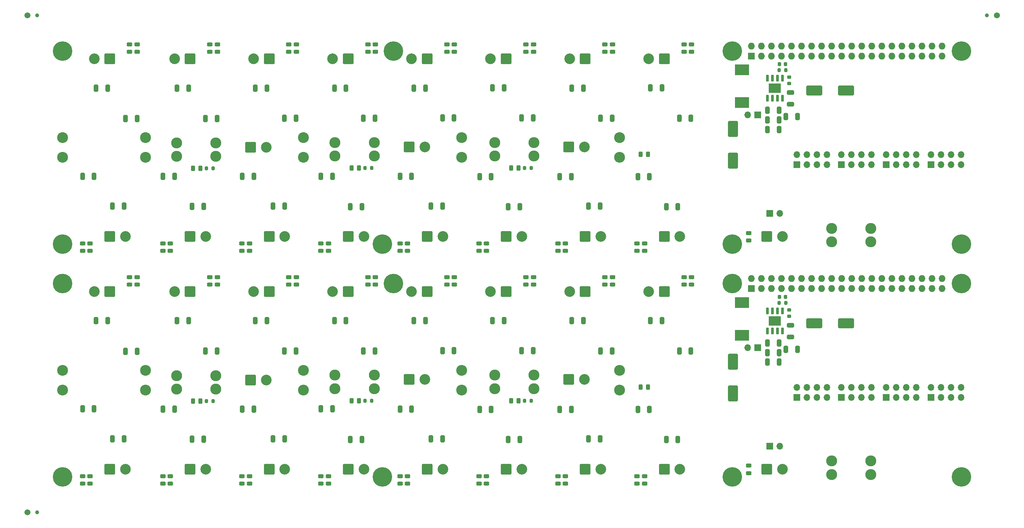
<source format=gbr>
%TF.GenerationSoftware,KiCad,Pcbnew,9.0.0+dfsg-1*%
%TF.CreationDate,2025-04-17T15:34:37+01:00*%
%TF.ProjectId,panel-16,70616e65-6c2d-4313-962e-6b696361645f,rev?*%
%TF.SameCoordinates,Original*%
%TF.FileFunction,Soldermask,Top*%
%TF.FilePolarity,Negative*%
%FSLAX46Y46*%
G04 Gerber Fmt 4.6, Leading zero omitted, Abs format (unit mm)*
G04 Created by KiCad (PCBNEW 9.0.0+dfsg-1) date 2025-04-17 15:34:37*
%MOMM*%
%LPD*%
G01*
G04 APERTURE LIST*
G04 Aperture macros list*
%AMRoundRect*
0 Rectangle with rounded corners*
0 $1 Rounding radius*
0 $2 $3 $4 $5 $6 $7 $8 $9 X,Y pos of 4 corners*
0 Add a 4 corners polygon primitive as box body*
4,1,4,$2,$3,$4,$5,$6,$7,$8,$9,$2,$3,0*
0 Add four circle primitives for the rounded corners*
1,1,$1+$1,$2,$3*
1,1,$1+$1,$4,$5*
1,1,$1+$1,$6,$7*
1,1,$1+$1,$8,$9*
0 Add four rect primitives between the rounded corners*
20,1,$1+$1,$2,$3,$4,$5,0*
20,1,$1+$1,$4,$5,$6,$7,0*
20,1,$1+$1,$6,$7,$8,$9,0*
20,1,$1+$1,$8,$9,$2,$3,0*%
G04 Aperture macros list end*
%ADD10RoundRect,0.243750X0.456250X-0.243750X0.456250X0.243750X-0.456250X0.243750X-0.456250X-0.243750X0*%
%ADD11RoundRect,0.243750X-0.456250X0.243750X-0.456250X-0.243750X0.456250X-0.243750X0.456250X0.243750X0*%
%ADD12C,1.000000*%
%ADD13RoundRect,0.250001X-1.099999X-1.099999X1.099999X-1.099999X1.099999X1.099999X-1.099999X1.099999X0*%
%ADD14C,2.700000*%
%ADD15RoundRect,0.250001X1.099999X1.099999X-1.099999X1.099999X-1.099999X-1.099999X1.099999X-1.099999X0*%
%ADD16RoundRect,0.250000X0.325000X0.650000X-0.325000X0.650000X-0.325000X-0.650000X0.325000X-0.650000X0*%
%ADD17RoundRect,0.250000X-0.325000X-0.650000X0.325000X-0.650000X0.325000X0.650000X-0.325000X0.650000X0*%
%ADD18R,1.727200X1.727200*%
%ADD19O,1.727200X1.727200*%
%ADD20C,2.750000*%
%ADD21RoundRect,0.200000X-0.200000X-0.275000X0.200000X-0.275000X0.200000X0.275000X-0.200000X0.275000X0*%
%ADD22RoundRect,0.225000X-0.225000X-0.250000X0.225000X-0.250000X0.225000X0.250000X-0.225000X0.250000X0*%
%ADD23R,1.700000X1.700000*%
%ADD24O,1.700000X1.700000*%
%ADD25C,4.950000*%
%ADD26R,3.100000X2.400000*%
%ADD27RoundRect,0.150000X0.150000X-0.737500X0.150000X0.737500X-0.150000X0.737500X-0.150000X-0.737500X0*%
%ADD28RoundRect,0.243750X-0.243750X-0.456250X0.243750X-0.456250X0.243750X0.456250X-0.243750X0.456250X0*%
%ADD29R,3.600000X2.700000*%
%ADD30RoundRect,0.250000X-1.750000X-1.000000X1.750000X-1.000000X1.750000X1.000000X-1.750000X1.000000X0*%
%ADD31RoundRect,0.225000X-0.250000X0.225000X-0.250000X-0.225000X0.250000X-0.225000X0.250000X0.225000X0*%
%ADD32C,2.780000*%
%ADD33RoundRect,0.243750X0.243750X0.456250X-0.243750X0.456250X-0.243750X-0.456250X0.243750X-0.456250X0*%
%ADD34C,1.500000*%
%ADD35RoundRect,0.250000X0.650000X-0.325000X0.650000X0.325000X-0.650000X0.325000X-0.650000X-0.325000X0*%
%ADD36RoundRect,0.250000X-1.000000X1.750000X-1.000000X-1.750000X1.000000X-1.750000X1.000000X1.750000X0*%
G04 APERTURE END LIST*
D10*
%TO.C,D118*%
X182011844Y-82187500D03*
X182011844Y-80312500D03*
%TD*%
%TO.C,D29*%
X39796850Y-141187500D03*
X39796850Y-139312500D03*
%TD*%
D11*
%TO.C,D111*%
X171996844Y-88812500D03*
X171996844Y-90687500D03*
%TD*%
D12*
%TO.C,KiKit_FID_T_1*%
X28310650Y-22500000D03*
%TD*%
D13*
%TO.C,J4*%
X46689350Y-78500000D03*
D14*
X50649350Y-78500000D03*
%TD*%
D11*
%TO.C,D65*%
X113896844Y-88812500D03*
X113896844Y-90687500D03*
%TD*%
D15*
%TO.C,J19*%
X147004344Y-33500000D03*
D14*
X143044344Y-33500000D03*
%TD*%
D16*
%TO.C,C11*%
X86464350Y-99900000D03*
X83514350Y-99900000D03*
%TD*%
D17*
%TO.C,C14*%
X213114350Y-110400000D03*
X216064350Y-110400000D03*
%TD*%
D18*
%TO.C,J2*%
X209059350Y-32770000D03*
D19*
X209059350Y-30230000D03*
X211599350Y-32770000D03*
X211599350Y-30230000D03*
X214139350Y-32770000D03*
X214139350Y-30230000D03*
X216679350Y-32770000D03*
X216679350Y-30230000D03*
X219219350Y-32770000D03*
X219219350Y-30230000D03*
X221759350Y-32770000D03*
X221759350Y-30230000D03*
X224299350Y-32770000D03*
X224299350Y-30230000D03*
X226839350Y-32770000D03*
X226839350Y-30230000D03*
X229379350Y-32770000D03*
X229379350Y-30230000D03*
X231919350Y-32770000D03*
X231919350Y-30230000D03*
X234459350Y-32770000D03*
X234459350Y-30230000D03*
X236999350Y-32770000D03*
X236999350Y-30230000D03*
X239539350Y-32770000D03*
X239539350Y-30230000D03*
X242079350Y-32770000D03*
X242079350Y-30230000D03*
X244619350Y-32770000D03*
X244619350Y-30230000D03*
X247159350Y-32770000D03*
X247159350Y-30230000D03*
X249699350Y-32770000D03*
X249699350Y-30230000D03*
X252239350Y-32770000D03*
X252239350Y-30230000D03*
X254779350Y-32770000D03*
X254779350Y-30230000D03*
X257319350Y-32770000D03*
X257319350Y-30230000D03*
%TD*%
D20*
%TO.C,NPTH10*%
X95689350Y-117500000D03*
%TD*%
%TO.C,NPTH7*%
X55689350Y-112500000D03*
%TD*%
D11*
%TO.C,D51*%
X93896844Y-29812500D03*
X93896844Y-31687500D03*
%TD*%
%TO.C,D5*%
X51681850Y-88812500D03*
X51681850Y-90687500D03*
%TD*%
D17*
%TO.C,C43*%
X170864350Y-107550000D03*
X173814350Y-107550000D03*
%TD*%
D15*
%TO.C,J5*%
X46689350Y-92500000D03*
D14*
X42729350Y-92500000D03*
%TD*%
D13*
%TO.C,J18*%
X147004344Y-78500000D03*
D14*
X150964344Y-78500000D03*
%TD*%
D16*
%TO.C,C12*%
X166564350Y-99900000D03*
X163614350Y-99900000D03*
%TD*%
D13*
%TO.C,J3*%
X82329350Y-114900000D03*
D14*
X86289350Y-114900000D03*
%TD*%
D17*
%TO.C,C41*%
X150864350Y-48500000D03*
X153814350Y-48500000D03*
%TD*%
D10*
%TO.C,D42*%
X80111844Y-141187500D03*
X80111844Y-139312500D03*
%TD*%
D21*
%TO.C,R26*%
X151684350Y-120150000D03*
X153334350Y-120150000D03*
%TD*%
D22*
%TO.C,C22*%
X216164350Y-34850000D03*
X217714350Y-34850000D03*
%TD*%
D11*
%TO.C,D55*%
X91996844Y-29812500D03*
X91996844Y-31687500D03*
%TD*%
D13*
%TO.C,J14*%
X107004344Y-137500000D03*
D14*
X110964344Y-137500000D03*
%TD*%
D23*
%TO.C,J29*%
X254489350Y-60300000D03*
D24*
X254489350Y-57760000D03*
X257029350Y-60300000D03*
X257029350Y-57760000D03*
X259569350Y-60300000D03*
X259569350Y-57760000D03*
X262109350Y-60300000D03*
X262109350Y-57760000D03*
%TD*%
D17*
%TO.C,C30*%
X217764350Y-107100000D03*
X220714350Y-107100000D03*
%TD*%
D13*
%TO.C,J22*%
X187004344Y-78500000D03*
D14*
X190964344Y-78500000D03*
%TD*%
D16*
%TO.C,C11*%
X86464350Y-40900000D03*
X83514350Y-40900000D03*
%TD*%
D25*
%TO.C,PI3*%
X204189350Y-31500000D03*
%TD*%
D16*
%TO.C,C42*%
X163464350Y-122350000D03*
X160514350Y-122350000D03*
%TD*%
D10*
%TO.C,D31*%
X60111844Y-82187500D03*
X60111844Y-80312500D03*
%TD*%
D21*
%TO.C,R44*%
X216114350Y-95400000D03*
X217764350Y-95400000D03*
%TD*%
D10*
%TO.C,D43*%
X82011844Y-82187500D03*
X82011844Y-80312500D03*
%TD*%
D21*
%TO.C,R24*%
X111274350Y-120150000D03*
X112924350Y-120150000D03*
%TD*%
D10*
%TO.C,D90*%
X142011844Y-141187500D03*
X142011844Y-139312500D03*
%TD*%
D13*
%TO.C,J7*%
X67004344Y-78500000D03*
D14*
X70964344Y-78500000D03*
%TD*%
D13*
%TO.C,J10*%
X212929350Y-78500000D03*
D14*
X216889350Y-78500000D03*
%TD*%
D20*
%TO.C,NPTH14*%
X175689350Y-58500000D03*
%TD*%
D16*
%TO.C,C26*%
X146464350Y-40850000D03*
X143514350Y-40850000D03*
%TD*%
D10*
%TO.C,D4*%
X41696850Y-82187500D03*
X41696850Y-80312500D03*
%TD*%
D26*
%TO.C,U1*%
X214989350Y-99950000D03*
D27*
X213084350Y-102512500D03*
X214354350Y-102512500D03*
X215624350Y-102512500D03*
X216894350Y-102512500D03*
X216894350Y-97387500D03*
X215624350Y-97387500D03*
X214354350Y-97387500D03*
X213084350Y-97387500D03*
%TD*%
D15*
%TO.C,J19*%
X147004344Y-92500000D03*
D14*
X143044344Y-92500000D03*
%TD*%
D17*
%TO.C,C41*%
X150864350Y-107500000D03*
X153814350Y-107500000D03*
%TD*%
D16*
%TO.C,C2*%
X46164350Y-99900000D03*
X43214350Y-99900000D03*
%TD*%
%TO.C,C40*%
X143214350Y-63350000D03*
X140264350Y-63350000D03*
%TD*%
%TO.C,C40*%
X143214350Y-122350000D03*
X140264350Y-122350000D03*
%TD*%
D13*
%TO.C,J4*%
X46689350Y-137500000D03*
D14*
X50649350Y-137500000D03*
%TD*%
D17*
%TO.C,C39*%
X130864350Y-107500000D03*
X133814350Y-107500000D03*
%TD*%
D13*
%TO.C,J20*%
X167004344Y-78500000D03*
D14*
X170964344Y-78500000D03*
%TD*%
D28*
%TO.C,D32*%
X107861850Y-61150000D03*
X109736850Y-61150000D03*
%TD*%
D29*
%TO.C,L1*%
X206689350Y-36250000D03*
X206689350Y-44550000D03*
%TD*%
D11*
%TO.C,D24*%
X71996844Y-29812500D03*
X71996844Y-31687500D03*
%TD*%
D16*
%TO.C,C46*%
X170764350Y-129850000D03*
X167814350Y-129850000D03*
%TD*%
%TO.C,C4*%
X70464350Y-70875000D03*
X67514350Y-70875000D03*
%TD*%
%TO.C,C47*%
X130864350Y-129850000D03*
X127914350Y-129850000D03*
%TD*%
D30*
%TO.C,C8*%
X224989350Y-41500000D03*
X232989350Y-41500000D03*
%TD*%
D11*
%TO.C,D97*%
X151996844Y-88812500D03*
X151996844Y-90687500D03*
%TD*%
D17*
%TO.C,C33*%
X70864350Y-107600000D03*
X73814350Y-107600000D03*
%TD*%
D16*
%TO.C,C7*%
X66664350Y-40900000D03*
X63714350Y-40900000D03*
%TD*%
D31*
%TO.C,C23*%
X218639350Y-97175000D03*
X218639350Y-98725000D03*
%TD*%
D15*
%TO.C,J13*%
X87004344Y-33500000D03*
D14*
X83044344Y-33500000D03*
%TD*%
D21*
%TO.C,R1*%
X71164350Y-120250000D03*
X72814350Y-120250000D03*
%TD*%
D20*
%TO.C,NPTH13*%
X175689350Y-53500000D03*
%TD*%
D23*
%TO.C,J11*%
X213679350Y-131700000D03*
D24*
X216219350Y-131700000D03*
%TD*%
D16*
%TO.C,C38*%
X123064350Y-122300000D03*
X120114350Y-122300000D03*
%TD*%
D13*
%TO.C,J12*%
X87004344Y-137500000D03*
D14*
X90964344Y-137500000D03*
%TD*%
D23*
%TO.C,J6*%
X220569350Y-60300000D03*
D24*
X220569350Y-57760000D03*
X223109350Y-60300000D03*
X223109350Y-57760000D03*
X225649350Y-60300000D03*
X225649350Y-57760000D03*
X228189350Y-60300000D03*
X228189350Y-57760000D03*
%TD*%
D20*
%TO.C,NPTH14*%
X175689350Y-117500000D03*
%TD*%
D32*
%TO.C,F1*%
X73489350Y-117200000D03*
X73489350Y-113800000D03*
X63569350Y-117200000D03*
X63569350Y-113800000D03*
%TD*%
%TO.C,F20*%
X229329350Y-76450000D03*
X229329350Y-79850000D03*
X239249350Y-76450000D03*
X239249350Y-79850000D03*
%TD*%
D16*
%TO.C,C32*%
X63064350Y-63300000D03*
X60114350Y-63300000D03*
%TD*%
D20*
%TO.C,NPTH12*%
X135689350Y-58500000D03*
%TD*%
%TO.C,NPTH5*%
X34689350Y-53500000D03*
%TD*%
D16*
%TO.C,C28*%
X50289350Y-129850000D03*
X47339350Y-129850000D03*
%TD*%
%TO.C,C29*%
X42714350Y-63250000D03*
X39764350Y-63250000D03*
%TD*%
%TO.C,C18*%
X216064350Y-48950000D03*
X213114350Y-48950000D03*
%TD*%
D10*
%TO.C,D72*%
X120111844Y-82187500D03*
X120111844Y-80312500D03*
%TD*%
D11*
%TO.C,D93*%
X153896844Y-29812500D03*
X153896844Y-31687500D03*
%TD*%
%TO.C,D5*%
X51681850Y-29812500D03*
X51681850Y-31687500D03*
%TD*%
D23*
%TO.C,J27*%
X243189350Y-60300000D03*
D24*
X243189350Y-57760000D03*
X245729350Y-60300000D03*
X245729350Y-57760000D03*
X248269350Y-60300000D03*
X248269350Y-57760000D03*
X250809350Y-60300000D03*
X250809350Y-57760000D03*
%TD*%
D15*
%TO.C,J21*%
X167004344Y-33500000D03*
D14*
X163044344Y-33500000D03*
%TD*%
D15*
%TO.C,J13*%
X87004344Y-92500000D03*
D14*
X83044344Y-92500000D03*
%TD*%
D32*
%TO.C,F18*%
X113599350Y-58100000D03*
X113599350Y-54700000D03*
X103679350Y-58100000D03*
X103679350Y-54700000D03*
%TD*%
D13*
%TO.C,J24*%
X122439350Y-55800000D03*
D14*
X126399350Y-55800000D03*
%TD*%
D32*
%TO.C,F18*%
X113599350Y-117100000D03*
X113599350Y-113700000D03*
X103679350Y-117100000D03*
X103679350Y-113700000D03*
%TD*%
D20*
%TO.C,NPTH11*%
X135689350Y-53500000D03*
%TD*%
D10*
%TO.C,D41*%
X208379350Y-79512500D03*
X208379350Y-77637500D03*
%TD*%
%TO.C,D58*%
X100111844Y-141187500D03*
X100111844Y-139312500D03*
%TD*%
D21*
%TO.C,R26*%
X151684350Y-61150000D03*
X153334350Y-61150000D03*
%TD*%
D23*
%TO.C,J25*%
X231849350Y-60300000D03*
D24*
X231849350Y-57760000D03*
X234389350Y-60300000D03*
X234389350Y-57760000D03*
X236929350Y-60300000D03*
X236929350Y-57760000D03*
X239469350Y-60300000D03*
X239469350Y-57760000D03*
%TD*%
D16*
%TO.C,C12*%
X166564350Y-40900000D03*
X163614350Y-40900000D03*
%TD*%
D20*
%TO.C,NPTH13*%
X175689350Y-112500000D03*
%TD*%
%TO.C,NPTH12*%
X135689350Y-117500000D03*
%TD*%
D16*
%TO.C,C48*%
X90939350Y-70850000D03*
X87989350Y-70850000D03*
%TD*%
D10*
%TO.C,D76*%
X122011844Y-82187500D03*
X122011844Y-80312500D03*
%TD*%
D16*
%TO.C,C6*%
X216064350Y-105550000D03*
X213114350Y-105550000D03*
%TD*%
D15*
%TO.C,J17*%
X127004344Y-92500000D03*
D14*
X123044344Y-92500000D03*
%TD*%
D11*
%TO.C,D107*%
X173896844Y-88812500D03*
X173896844Y-90687500D03*
%TD*%
D15*
%TO.C,J23*%
X187004344Y-33500000D03*
D14*
X183044344Y-33500000D03*
%TD*%
D16*
%TO.C,C21*%
X106464350Y-99900000D03*
X103514350Y-99900000D03*
%TD*%
%TO.C,C34*%
X83114350Y-122300000D03*
X80164350Y-122300000D03*
%TD*%
D20*
%TO.C,NPTH11*%
X135689350Y-112500000D03*
%TD*%
D10*
%TO.C,D114*%
X180111844Y-82187500D03*
X180111844Y-80312500D03*
%TD*%
%TO.C,D29*%
X39796850Y-82187500D03*
X39796850Y-80312500D03*
%TD*%
D13*
%TO.C,J20*%
X167004344Y-137500000D03*
D14*
X170964344Y-137500000D03*
%TD*%
D16*
%TO.C,C34*%
X83114350Y-63300000D03*
X80164350Y-63300000D03*
%TD*%
D25*
%TO.C,NPTH2*%
X34689350Y-90500000D03*
%TD*%
%TO.C,NPTH4*%
X115689350Y-80500000D03*
%TD*%
D28*
%TO.C,D132*%
X148271850Y-120150000D03*
X150146850Y-120150000D03*
%TD*%
D17*
%TO.C,C39*%
X130864350Y-48500000D03*
X133814350Y-48500000D03*
%TD*%
%TO.C,C31*%
X50664350Y-48650000D03*
X53614350Y-48650000D03*
%TD*%
D10*
%TO.C,D31*%
X60111844Y-141187500D03*
X60111844Y-139312500D03*
%TD*%
%TO.C,D62*%
X102011844Y-141187500D03*
X102011844Y-139312500D03*
%TD*%
D28*
%TO.C,D132*%
X148271850Y-61150000D03*
X150146850Y-61150000D03*
%TD*%
D20*
%TO.C,NPTH9*%
X95689350Y-112500000D03*
%TD*%
D23*
%TO.C,J29*%
X254489350Y-119300000D03*
D24*
X254489350Y-116760000D03*
X257029350Y-119300000D03*
X257029350Y-116760000D03*
X259569350Y-119300000D03*
X259569350Y-116760000D03*
X262109350Y-119300000D03*
X262109350Y-116760000D03*
%TD*%
D10*
%TO.C,D118*%
X182011844Y-141187500D03*
X182011844Y-139312500D03*
%TD*%
%TO.C,D100*%
X160111844Y-82187500D03*
X160111844Y-80312500D03*
%TD*%
D25*
%TO.C,PI2*%
X262189350Y-80500000D03*
%TD*%
D17*
%TO.C,C45*%
X190814350Y-48550000D03*
X193764350Y-48550000D03*
%TD*%
D11*
%TO.C,D111*%
X171996844Y-29812500D03*
X171996844Y-31687500D03*
%TD*%
D33*
%TO.C,D38*%
X182876850Y-116700000D03*
X181001850Y-116700000D03*
%TD*%
D20*
%TO.C,NPTH10*%
X95689350Y-58500000D03*
%TD*%
D16*
%TO.C,C1*%
X190464350Y-71025000D03*
X187514350Y-71025000D03*
%TD*%
D20*
%TO.C,NPTH6*%
X34689350Y-58500000D03*
%TD*%
D21*
%TO.C,R44*%
X216114350Y-36400000D03*
X217764350Y-36400000D03*
%TD*%
D13*
%TO.C,J7*%
X67004344Y-137500000D03*
D14*
X70964344Y-137500000D03*
%TD*%
D11*
%TO.C,D97*%
X151996844Y-29812500D03*
X151996844Y-31687500D03*
%TD*%
D29*
%TO.C,L1*%
X206689350Y-95250000D03*
X206689350Y-103550000D03*
%TD*%
D10*
%TO.C,D72*%
X120111844Y-141187500D03*
X120111844Y-139312500D03*
%TD*%
D34*
%TO.C,KiKit_TO_3*%
X25810650Y-148500046D03*
%TD*%
D16*
%TO.C,C29*%
X42714350Y-122250000D03*
X39764350Y-122250000D03*
%TD*%
D17*
%TO.C,C35*%
X90864350Y-48550000D03*
X93814350Y-48550000D03*
%TD*%
D11*
%TO.C,D55*%
X91996844Y-88812500D03*
X91996844Y-90687500D03*
%TD*%
%TO.C,D83*%
X131996844Y-88812500D03*
X131996844Y-90687500D03*
%TD*%
D25*
%TO.C,NPTH2*%
X34689350Y-31500000D03*
%TD*%
D11*
%TO.C,D24*%
X71996844Y-88812500D03*
X71996844Y-90687500D03*
%TD*%
D20*
%TO.C,NPTH9*%
X95689350Y-53500000D03*
%TD*%
D10*
%TO.C,D62*%
X102011844Y-82187500D03*
X102011844Y-80312500D03*
%TD*%
D11*
%TO.C,D79*%
X133896844Y-29812500D03*
X133896844Y-31687500D03*
%TD*%
%TO.C,D125*%
X191996844Y-29812500D03*
X191996844Y-31687500D03*
%TD*%
%TO.C,D83*%
X131996844Y-29812500D03*
X131996844Y-31687500D03*
%TD*%
D32*
%TO.C,F20*%
X229329350Y-135450000D03*
X229329350Y-138850000D03*
X239249350Y-135450000D03*
X239249350Y-138850000D03*
%TD*%
D23*
%TO.C,J25*%
X231849350Y-119300000D03*
D24*
X231849350Y-116760000D03*
X234389350Y-119300000D03*
X234389350Y-116760000D03*
X236929350Y-119300000D03*
X236929350Y-116760000D03*
X239469350Y-119300000D03*
X239469350Y-116760000D03*
%TD*%
D25*
%TO.C,PI1*%
X262189350Y-90500000D03*
%TD*%
D15*
%TO.C,J15*%
X107004344Y-33500000D03*
D14*
X103044344Y-33500000D03*
%TD*%
D13*
%TO.C,J18*%
X147004344Y-137500000D03*
D14*
X150964344Y-137500000D03*
%TD*%
D11*
%TO.C,D107*%
X173896844Y-29812500D03*
X173896844Y-31687500D03*
%TD*%
D25*
%TO.C,NPTH1*%
X118439350Y-31500000D03*
%TD*%
D16*
%TO.C,C3*%
X150464350Y-71025000D03*
X147514350Y-71025000D03*
%TD*%
%TO.C,C2*%
X46164350Y-40900000D03*
X43214350Y-40900000D03*
%TD*%
D31*
%TO.C,C23*%
X218639350Y-38175000D03*
X218639350Y-39725000D03*
%TD*%
D10*
%TO.C,D41*%
X208379350Y-138512500D03*
X208379350Y-136637500D03*
%TD*%
D11*
%TO.C,D51*%
X93896844Y-88812500D03*
X93896844Y-90687500D03*
%TD*%
D10*
%TO.C,D86*%
X140111844Y-141187500D03*
X140111844Y-139312500D03*
%TD*%
D16*
%TO.C,C44*%
X183264350Y-63350000D03*
X180314350Y-63350000D03*
%TD*%
%TO.C,C27*%
X186414350Y-40850000D03*
X183464350Y-40850000D03*
%TD*%
D10*
%TO.C,D86*%
X140111844Y-82187500D03*
X140111844Y-80312500D03*
%TD*%
D20*
%TO.C,NPTH8*%
X55689350Y-117500000D03*
%TD*%
D10*
%TO.C,D90*%
X142011844Y-82187500D03*
X142011844Y-80312500D03*
%TD*%
%TO.C,D104*%
X162011844Y-82187500D03*
X162011844Y-80312500D03*
%TD*%
D28*
%TO.C,D32*%
X107861850Y-120150000D03*
X109736850Y-120150000D03*
%TD*%
D12*
%TO.C,KiKit_FID_T_2*%
X268689350Y-22500000D03*
%TD*%
D16*
%TO.C,C48*%
X90939350Y-129850000D03*
X87989350Y-129850000D03*
%TD*%
D13*
%TO.C,J3*%
X82329350Y-55900000D03*
D14*
X86289350Y-55900000D03*
%TD*%
D11*
%TO.C,D121*%
X193896844Y-29812500D03*
X193896844Y-31687500D03*
%TD*%
D15*
%TO.C,J21*%
X167004344Y-92500000D03*
D14*
X163044344Y-92500000D03*
%TD*%
D16*
%TO.C,C38*%
X123064350Y-63300000D03*
X120114350Y-63300000D03*
%TD*%
D10*
%TO.C,D19*%
X62011844Y-82187500D03*
X62011844Y-80312500D03*
%TD*%
D20*
%TO.C,NPTH6*%
X34689350Y-117500000D03*
%TD*%
D16*
%TO.C,C1*%
X190464350Y-130025000D03*
X187514350Y-130025000D03*
%TD*%
D23*
%TO.C,J6*%
X220569350Y-119300000D03*
D24*
X220569350Y-116760000D03*
X223109350Y-119300000D03*
X223109350Y-116760000D03*
X225649350Y-119300000D03*
X225649350Y-116760000D03*
X228189350Y-119300000D03*
X228189350Y-116760000D03*
%TD*%
D12*
%TO.C,KiKit_FID_T_3*%
X28310650Y-148500046D03*
%TD*%
D10*
%TO.C,D4*%
X41696850Y-141187500D03*
X41696850Y-139312500D03*
%TD*%
D15*
%TO.C,J5*%
X46689350Y-33500000D03*
D14*
X42729350Y-33500000D03*
%TD*%
D17*
%TO.C,C33*%
X70864350Y-48600000D03*
X73814350Y-48600000D03*
%TD*%
D23*
%TO.C,J9*%
X210689350Y-106700000D03*
D24*
X208149350Y-106700000D03*
%TD*%
D16*
%TO.C,C47*%
X130864350Y-70850000D03*
X127914350Y-70850000D03*
%TD*%
%TO.C,C16*%
X126564350Y-40900000D03*
X123614350Y-40900000D03*
%TD*%
D25*
%TO.C,NPTH1*%
X118439350Y-90500000D03*
%TD*%
D11*
%TO.C,D79*%
X133896844Y-88812500D03*
X133896844Y-90687500D03*
%TD*%
D16*
%TO.C,C6*%
X216064350Y-46550000D03*
X213114350Y-46550000D03*
%TD*%
D11*
%TO.C,D93*%
X153896844Y-88812500D03*
X153896844Y-90687500D03*
%TD*%
D15*
%TO.C,J15*%
X107004344Y-92500000D03*
D14*
X103044344Y-92500000D03*
%TD*%
D13*
%TO.C,J12*%
X87004344Y-78500000D03*
D14*
X90964344Y-78500000D03*
%TD*%
D16*
%TO.C,C4*%
X70464350Y-129875000D03*
X67514350Y-129875000D03*
%TD*%
D11*
%TO.C,D65*%
X113896844Y-29812500D03*
X113896844Y-31687500D03*
%TD*%
D21*
%TO.C,R24*%
X111274350Y-61150000D03*
X112924350Y-61150000D03*
%TD*%
D13*
%TO.C,J26*%
X162849350Y-55800000D03*
D14*
X166809350Y-55800000D03*
%TD*%
D25*
%TO.C,NPTH4*%
X115689350Y-139500000D03*
%TD*%
D13*
%TO.C,J14*%
X107004344Y-78500000D03*
D14*
X110964344Y-78500000D03*
%TD*%
D17*
%TO.C,C43*%
X170864350Y-48550000D03*
X173814350Y-48550000D03*
%TD*%
D13*
%TO.C,J10*%
X212929350Y-137500000D03*
D14*
X216889350Y-137500000D03*
%TD*%
D10*
%TO.C,D104*%
X162011844Y-141187500D03*
X162011844Y-139312500D03*
%TD*%
D25*
%TO.C,PI4*%
X204189350Y-80500000D03*
%TD*%
D34*
%TO.C,KiKit_TO_2*%
X271189350Y-22500000D03*
%TD*%
D25*
%TO.C,NPTH3*%
X34689350Y-139500000D03*
%TD*%
D17*
%TO.C,C31*%
X50664350Y-107650000D03*
X53614350Y-107650000D03*
%TD*%
D35*
%TO.C,C5*%
X218939350Y-103975000D03*
X218939350Y-101025000D03*
%TD*%
D13*
%TO.C,J22*%
X187004344Y-137500000D03*
D14*
X190964344Y-137500000D03*
%TD*%
D10*
%TO.C,D100*%
X160111844Y-141187500D03*
X160111844Y-139312500D03*
%TD*%
D23*
%TO.C,J11*%
X213679350Y-72700000D03*
D24*
X216219350Y-72700000D03*
%TD*%
D33*
%TO.C,D38*%
X182876850Y-57700000D03*
X181001850Y-57700000D03*
%TD*%
D15*
%TO.C,J8*%
X67004344Y-33500000D03*
D14*
X63044344Y-33500000D03*
%TD*%
D35*
%TO.C,C5*%
X218939350Y-44975000D03*
X218939350Y-42025000D03*
%TD*%
D11*
%TO.C,D37*%
X73896844Y-29812500D03*
X73896844Y-31687500D03*
%TD*%
D16*
%TO.C,C26*%
X146464350Y-99850000D03*
X143514350Y-99850000D03*
%TD*%
D17*
%TO.C,C37*%
X110864350Y-48550000D03*
X113814350Y-48550000D03*
%TD*%
D16*
%TO.C,C18*%
X216064350Y-107950000D03*
X213114350Y-107950000D03*
%TD*%
D13*
%TO.C,J26*%
X162849350Y-114800000D03*
D14*
X166809350Y-114800000D03*
%TD*%
D32*
%TO.C,F1*%
X73489350Y-58200000D03*
X73489350Y-54800000D03*
X63569350Y-58200000D03*
X63569350Y-54800000D03*
%TD*%
D16*
%TO.C,C46*%
X170764350Y-70850000D03*
X167814350Y-70850000D03*
%TD*%
%TO.C,C21*%
X106464350Y-40900000D03*
X103514350Y-40900000D03*
%TD*%
D11*
%TO.C,D37*%
X73896844Y-88812500D03*
X73896844Y-90687500D03*
%TD*%
D16*
%TO.C,C27*%
X186414350Y-99850000D03*
X183464350Y-99850000D03*
%TD*%
D15*
%TO.C,J8*%
X67004344Y-92500000D03*
D14*
X63044344Y-92500000D03*
%TD*%
D25*
%TO.C,PI3*%
X204189350Y-90500000D03*
%TD*%
D10*
%TO.C,D76*%
X122011844Y-141187500D03*
X122011844Y-139312500D03*
%TD*%
D20*
%TO.C,NPTH7*%
X55689350Y-53500000D03*
%TD*%
D36*
%TO.C,C13*%
X204389350Y-51300000D03*
X204389350Y-59300000D03*
%TD*%
D26*
%TO.C,U1*%
X214989350Y-40950000D03*
D27*
X213084350Y-43512500D03*
X214354350Y-43512500D03*
X215624350Y-43512500D03*
X216894350Y-43512500D03*
X216894350Y-38387500D03*
X215624350Y-38387500D03*
X214354350Y-38387500D03*
X213084350Y-38387500D03*
%TD*%
D16*
%TO.C,C44*%
X183264350Y-122350000D03*
X180314350Y-122350000D03*
%TD*%
D23*
%TO.C,J9*%
X210689350Y-47700000D03*
D24*
X208149350Y-47700000D03*
%TD*%
D17*
%TO.C,C37*%
X110864350Y-107550000D03*
X113814350Y-107550000D03*
%TD*%
D11*
%TO.C,D69*%
X111996844Y-29812500D03*
X111996844Y-31687500D03*
%TD*%
D17*
%TO.C,C14*%
X213114350Y-51400000D03*
X216064350Y-51400000D03*
%TD*%
D23*
%TO.C,J27*%
X243189350Y-119300000D03*
D24*
X243189350Y-116760000D03*
X245729350Y-119300000D03*
X245729350Y-116760000D03*
X248269350Y-119300000D03*
X248269350Y-116760000D03*
X250809350Y-119300000D03*
X250809350Y-116760000D03*
%TD*%
D11*
%TO.C,D69*%
X111996844Y-88812500D03*
X111996844Y-90687500D03*
%TD*%
D34*
%TO.C,KiKit_TO_1*%
X25810650Y-22500000D03*
%TD*%
D17*
%TO.C,C45*%
X190814350Y-107550000D03*
X193764350Y-107550000D03*
%TD*%
D30*
%TO.C,C8*%
X224989350Y-100500000D03*
X232989350Y-100500000D03*
%TD*%
D10*
%TO.C,D114*%
X180111844Y-141187500D03*
X180111844Y-139312500D03*
%TD*%
D16*
%TO.C,C15*%
X110464350Y-71025000D03*
X107514350Y-71025000D03*
%TD*%
D21*
%TO.C,R1*%
X71164350Y-61250000D03*
X72814350Y-61250000D03*
%TD*%
D16*
%TO.C,C32*%
X63064350Y-122300000D03*
X60114350Y-122300000D03*
%TD*%
D11*
%TO.C,D121*%
X193896844Y-88812500D03*
X193896844Y-90687500D03*
%TD*%
D13*
%TO.C,J16*%
X127004344Y-137500000D03*
D14*
X130964344Y-137500000D03*
%TD*%
D25*
%TO.C,PI1*%
X262189350Y-31500000D03*
%TD*%
D28*
%TO.C,D1*%
X67751850Y-120250000D03*
X69626850Y-120250000D03*
%TD*%
D22*
%TO.C,C22*%
X216164350Y-93850000D03*
X217714350Y-93850000D03*
%TD*%
D10*
%TO.C,D42*%
X80111844Y-82187500D03*
X80111844Y-80312500D03*
%TD*%
D28*
%TO.C,D1*%
X67751850Y-61250000D03*
X69626850Y-61250000D03*
%TD*%
D11*
%TO.C,D30*%
X53581850Y-88812500D03*
X53581850Y-90687500D03*
%TD*%
D10*
%TO.C,D58*%
X100111844Y-82187500D03*
X100111844Y-80312500D03*
%TD*%
D11*
%TO.C,D125*%
X191996844Y-88812500D03*
X191996844Y-90687500D03*
%TD*%
D15*
%TO.C,J23*%
X187004344Y-92500000D03*
D14*
X183044344Y-92500000D03*
%TD*%
D36*
%TO.C,C13*%
X204389350Y-110300000D03*
X204389350Y-118300000D03*
%TD*%
D13*
%TO.C,J24*%
X122439350Y-114800000D03*
D14*
X126399350Y-114800000D03*
%TD*%
D15*
%TO.C,J17*%
X127004344Y-33500000D03*
D14*
X123044344Y-33500000D03*
%TD*%
D16*
%TO.C,C42*%
X163464350Y-63350000D03*
X160514350Y-63350000D03*
%TD*%
D20*
%TO.C,NPTH5*%
X34689350Y-112500000D03*
%TD*%
D18*
%TO.C,J2*%
X209059350Y-91770000D03*
D19*
X209059350Y-89230000D03*
X211599350Y-91770000D03*
X211599350Y-89230000D03*
X214139350Y-91770000D03*
X214139350Y-89230000D03*
X216679350Y-91770000D03*
X216679350Y-89230000D03*
X219219350Y-91770000D03*
X219219350Y-89230000D03*
X221759350Y-91770000D03*
X221759350Y-89230000D03*
X224299350Y-91770000D03*
X224299350Y-89230000D03*
X226839350Y-91770000D03*
X226839350Y-89230000D03*
X229379350Y-91770000D03*
X229379350Y-89230000D03*
X231919350Y-91770000D03*
X231919350Y-89230000D03*
X234459350Y-91770000D03*
X234459350Y-89230000D03*
X236999350Y-91770000D03*
X236999350Y-89230000D03*
X239539350Y-91770000D03*
X239539350Y-89230000D03*
X242079350Y-91770000D03*
X242079350Y-89230000D03*
X244619350Y-91770000D03*
X244619350Y-89230000D03*
X247159350Y-91770000D03*
X247159350Y-89230000D03*
X249699350Y-91770000D03*
X249699350Y-89230000D03*
X252239350Y-91770000D03*
X252239350Y-89230000D03*
X254779350Y-91770000D03*
X254779350Y-89230000D03*
X257319350Y-91770000D03*
X257319350Y-89230000D03*
%TD*%
D13*
%TO.C,J16*%
X127004344Y-78500000D03*
D14*
X130964344Y-78500000D03*
%TD*%
D25*
%TO.C,NPTH3*%
X34689350Y-80500000D03*
%TD*%
D32*
%TO.C,F19*%
X154009350Y-58100000D03*
X154009350Y-54700000D03*
X144089350Y-58100000D03*
X144089350Y-54700000D03*
%TD*%
D16*
%TO.C,C3*%
X150464350Y-130025000D03*
X147514350Y-130025000D03*
%TD*%
D10*
%TO.C,D19*%
X62011844Y-141187500D03*
X62011844Y-139312500D03*
%TD*%
D16*
%TO.C,C15*%
X110464350Y-130025000D03*
X107514350Y-130025000D03*
%TD*%
%TO.C,C7*%
X66664350Y-99900000D03*
X63714350Y-99900000D03*
%TD*%
%TO.C,C28*%
X50289350Y-70850000D03*
X47339350Y-70850000D03*
%TD*%
D17*
%TO.C,C30*%
X217764350Y-48100000D03*
X220714350Y-48100000D03*
%TD*%
D16*
%TO.C,C36*%
X103064350Y-63250000D03*
X100114350Y-63250000D03*
%TD*%
D20*
%TO.C,NPTH8*%
X55689350Y-58500000D03*
%TD*%
D16*
%TO.C,C16*%
X126564350Y-99900000D03*
X123614350Y-99900000D03*
%TD*%
D32*
%TO.C,F19*%
X154009350Y-117100000D03*
X154009350Y-113700000D03*
X144089350Y-117100000D03*
X144089350Y-113700000D03*
%TD*%
D17*
%TO.C,C35*%
X90864350Y-107550000D03*
X93814350Y-107550000D03*
%TD*%
D25*
%TO.C,PI4*%
X204189350Y-139500000D03*
%TD*%
D11*
%TO.C,D30*%
X53581850Y-29812500D03*
X53581850Y-31687500D03*
%TD*%
D25*
%TO.C,PI2*%
X262189350Y-139500000D03*
%TD*%
D10*
%TO.C,D43*%
X82011844Y-141187500D03*
X82011844Y-139312500D03*
%TD*%
D16*
%TO.C,C36*%
X103064350Y-122250000D03*
X100114350Y-122250000D03*
%TD*%
M02*

</source>
